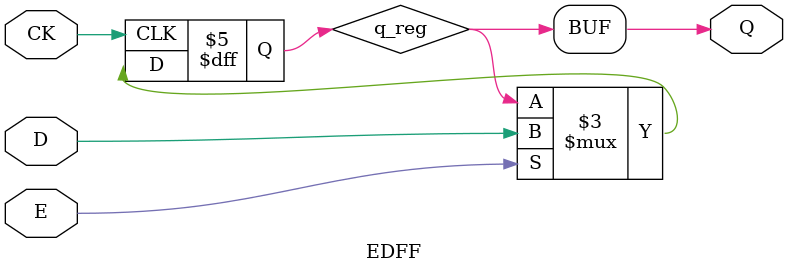
<source format=v>
module EDFF (E, CK, D, Q);
  input E; 
  input CK; 
  input D;  
  output Q;
  
  reg q_reg;

  always @ (posedge CK)
    if (E) begin
      q_reg <= D;
    end else begin
      q_reg <= Q;
    end
  
  assign Q = q_reg;

endmodule 
</source>
